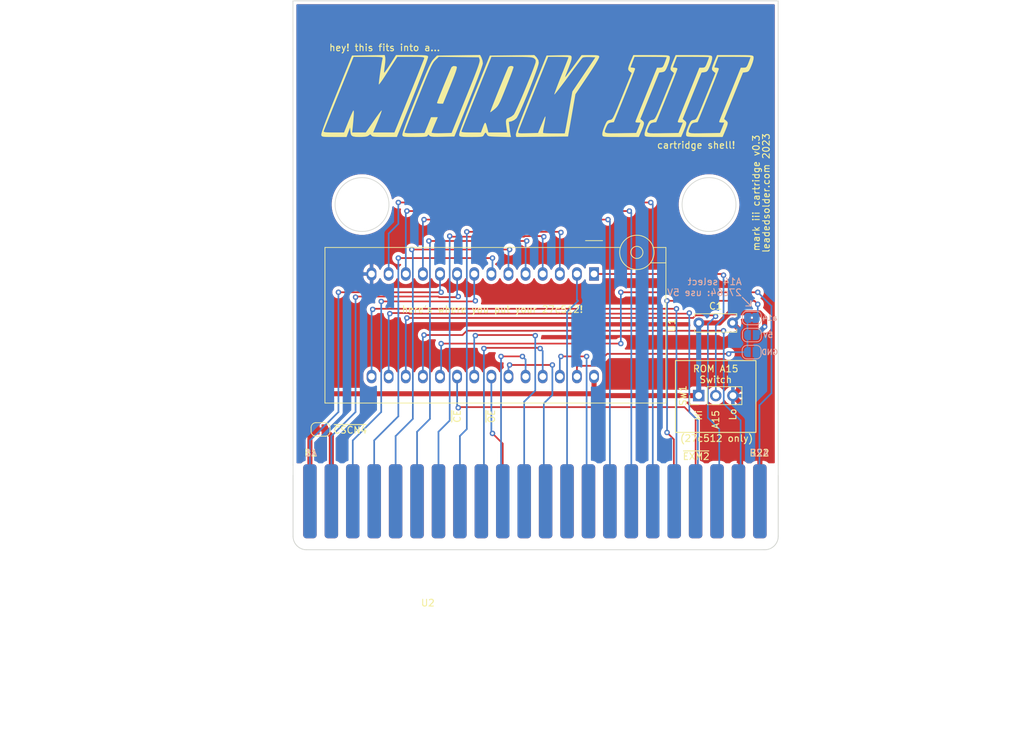
<source format=kicad_pcb>
(kicad_pcb (version 20211014) (generator pcbnew)
  (layers (0 "F.Cu" signal) (31 "B.Cu" signal) (34 "B.Paste" user) (35 "F.Paste" user) (36 "B.SilkS" user "B.Silkscreen") (37 "F.SilkS" user "F.Silkscreen") (38 "B.Mask" user) (39 "F.Mask" user) (44 "Edge.Cuts" user))
  (net 0 "")
  (net 1 "/5V")
  (net 2 "/GND")
  (net 3 "/~{CSCN4}")
  (net 4 "/A15")
  (net 5 "/D0")
  (net 6 "/D1")
  (net 7 "/D2")
  (net 8 "/D3")
  (net 9 "/D4")
  (net 10 "/D5")
  (net 11 "/D6")
  (net 12 "/D7")
  (net 13 "/~{RD}")
  (net 14 "/~{CSRAM}")
  (net 15 "/~{EXM1}")
  (net 16 "/~{WR}")
  (net 17 "/~{IORD}")
  (net 18 "/~{IOWR}")
  (net 19 "/~{RFSH}")
  (net 20 "/~{MREQ}")
  (net 21 "/~{CONT}")
  (net 22 "/~{RAS0}")
  (net 23 "/~{CAS0}")
  (net 24 "/CA7")
  (net 25 "/~{RAS1}")
  (net 26 "/~{CAS1}")
  (net 27 "/~{RCSEL}")
  (net 28 "/~{M1}")
  (net 29 "/A0")
  (net 30 "/A1")
  (net 31 "/A2")
  (net 32 "/A3")
  (net 33 "/A4")
  (net 34 "/A5")
  (net 35 "/A6")
  (net 36 "/A7")
  (net 37 "/A8")
  (net 38 "/A9")
  (net 39 "/A10")
  (net 40 "/A11")
  (net 41 "/A12")
  (net 42 "/A13")
  (net 43 "/A14")
  (net 44 "/~{EXM2}")
  (net 45 "/CPU_A14")
  (footprint "Connector_PinHeader_2.54mm:PinHeader_1x03_P2.54mm_Vertical" (layer "F.Cu") (at 85.213 64.878 90)
    (fp_text reference "SW1" (at 0 -2.33 90) (layer "F.SilkS"))
    (fp_text value "SW_SPDT")
    (pad "1" thru_hole rect (at 0 0 90) (size 1.7 1.7) (drill 1) (layers *.Cu *.Mask) (net 1 "/5V"))
    (pad "2" thru_hole oval (at 0 2.54 90) (size 1.7 1.7) (drill 1) (layers *.Cu *.Mask) (net 4 "/A15"))
    (pad "3" thru_hole oval (at 0 5.08 90) (size 1.7 1.7) (drill 1) (layers *.Cu *.Mask) (net 2 "/GND"))
  )
  (footprint "Socket:DIP_Socket-28_W11.9_W12.7_W15.24_W17.78_W18.5_3M_228-1277-00-0602J" (layer "F.Cu") (at 69.685 46.8095 -90)
    (fp_text reference "U1" (at 7.62 -11.56 90) (layer "F.SilkS"))
    (fp_text value "27C512")
    (pad "1" thru_hole rect (at 0 0 270) (size 2 1.44) (drill 1) (layers *.Cu *.Mask) (net 4 "/A15"))
    (pad "2" thru_hole oval (at 0 2.54 270) (size 2 1.44) (drill 1) (layers *.Cu *.Mask) (net 41 "/A12"))
    (pad "3" thru_hole oval (at 0 5.08 270) (size 2 1.44) (drill 1) (layers *.Cu *.Mask) (net 36 "/A7"))
    (pad "4" thru_hole oval (at 0 7.62 270) (size 2 1.44) (drill 1) (layers *.Cu *.Mask) (net 35 "/A6"))
    (pad "5" thru_hole oval (at 0 10.16 270) (size 2 1.44) (drill 1) (layers *.Cu *.Mask) (net 34 "/A5"))
    (pad "6" thru_hole oval (at 0 12.7 270) (size 2 1.44) (drill 1) (layers *.Cu *.Mask) (net 33 "/A4"))
    (pad "7" thru_hole oval (at 0 15.24 270) (size 2 1.44) (drill 1) (layers *.Cu *.Mask) (net 32 "/A3"))
    (pad "8" thru_hole oval (at 0 17.78 270) (size 2 1.44) (drill 1) (layers *.Cu *.Mask) (net 31 "/A2"))
    (pad "9" thru_hole oval (at 0 20.32 270) (size 2 1.44) (drill 1) (layers *.Cu *.Mask) (net 30 "/A1"))
    (pad "10" thru_hole oval (at 0 22.86 270) (size 2 1.44) (drill 1) (layers *.Cu *.Mask) (net 29 "/A0"))
    (pad "11" thru_hole oval (at 0 25.4 270) (size 2 1.44) (drill 1) (layers *.Cu *.Mask) (net 5 "/D0"))
    (pad "12" thru_hole oval (at 0 27.94 270) (size 2 1.44) (drill 1) (layers *.Cu *.Mask) (net 6 "/D1"))
    (pad "13" thru_hole oval (at 0 30.48 270) (size 2 1.44) (drill 1) (layers *.Cu *.Mask) (net 7 "/D2"))
    (pad "14" thru_hole oval (at 0 33.02 270) (size 2 1.44) (drill 1) (layers *.Cu *.Mask) (net 2 "/GND"))
    (pad "15" thru_hole oval (at 15.24 33.02 270) (size 2 1.44) (drill 1) (layers *.Cu *.Mask) (net 8 "/D3"))
    (pad "16" thru_hole oval (at 15.24 30.48 270) (size 2 1.44) (drill 1) (layers *.Cu *.Mask) (net 9 "/D4"))
    (pad "17" thru_hole oval (at 15.24 27.94 270) (size 2 1.44) (drill 1) (layers *.Cu *.Mask) (net 10 "/D5"))
    (pad "18" thru_hole oval (at 15.24 25.4 270) (size 2 1.44) (drill 1) (layers *.Cu *.Mask) (net 11 "/D6"))
    (pad "19" thru_hole oval (at 15.24 22.86 270) (size 2 1.44) (drill 1) (layers *.Cu *.Mask) (net 12 "/D7"))
    (pad "20" thru_hole oval (at 15.24 20.32 270) (size 2 1.44) (drill 1) (layers *.Cu *.Mask) (net 44 "/~{EXM2}"))
    (pad "21" thru_hole oval (at 15.24 17.78 270) (size 2 1.44) (drill 1) (layers *.Cu *.Mask) (net 39 "/A10"))
    (pad "22" thru_hole oval (at 15.24 15.24 270) (size 2 1.44) (drill 1) (layers *.Cu *.Mask) (net 20 "/~{MREQ}"))
    (pad "23" thru_hole oval (at 15.24 12.7 270) (size 2 1.44) (drill 1) (layers *.Cu *.Mask) (net 40 "/A11"))
    (pad "24" thru_hole oval (at 15.24 10.16 270) (size 2 1.44) (drill 1) (layers *.Cu *.Mask) (net 38 "/A9"))
    (pad "25" thru_hole oval (at 15.24 7.62 270) (size 2 1.44) (drill 1) (layers *.Cu *.Mask) (net 37 "/A8"))
    (pad "26" thru_hole oval (at 15.24 5.08 270) (size 2 1.44) (drill 1) (layers *.Cu *.Mask) (net 42 "/A13"))
    (pad "27" thru_hole oval (at 15.24 2.54 270) (size 2 1.44) (drill 1) (layers *.Cu *.Mask) (net 43 "/A14"))
    (pad "28" thru_hole oval (at 15.24 0 270) (size 2 1.44) (drill 1) (layers *.Cu *.Mask) (net 1 "/5V"))
  )
  (footprint "Jumper:SolderJumper-2_P1.3mm_Bridged_RoundedPad1.0x1.5mm" (layer "F.Cu") (at 29.1 69.9 180)
    (fp_text reference "JP1" hide)
    (fp_text value "Jumper_2_Bridged")
    (fp_poly (pts (xy 0.25 -0.3) (xy -0.25 -0.3) (xy -0.25 0.3) (xy 0.25 0.3)) (layer "F.Cu") (width 0) (fill solid))
    (pad "1" smd custom (at -0.65 0 180) (size 1 0.5) (layers "F.Cu" "F.Mask") (net 3 "/~{CSCN4}") (options (clearance outline) (anchor rect)) (primitives (gr_circle (center 0 0.25) (end 0.5 0.25) (width 0) (fill yes)) (gr_circle (center 0 -0.25) (end 0.5 -0.25) (width 0) (fill yes)) (gr_poly (pts (xy 0.5 0.75) (xy 0 0.75) (xy 0 -0.75) (xy 0.5 -0.75)) (width 0) (fill yes))))
    (pad "2" smd custom (at 0.65 0 180) (size 1 0.5) (layers "F.Cu" "F.Mask") (net 1 "/5V") (options (clearance outline) (anchor rect)) (primitives (gr_circle (center 0 0.25) (end 0.5 0.25) (width 0) (fill yes)) (gr_circle (center 0 -0.25) (end 0.5 -0.25) (width 0) (fill yes)) (gr_poly (pts (xy 0 0.75) (xy -0.5 0.75) (xy -0.5 -0.75) (xy 0 -0.75)) (width 0) (fill yes))))
  )
  (footprint "SoggyCartridge:CartridgeEdge" (layer "F.Cu") (at 27.917 75.069)
    (fp_text reference "U2" (at 17.1 20.6 unlocked) (layer "F.SilkS"))
    (fp_text value "SG-1000-Cart")
    (fp_line (start 69.1 10.7) (end 69.1 1.7) (layer "Edge.Cuts") (width 0.12))
    (fp_line (start -2.9 10.7) (end -2.9 1.7) (layer "Edge.Cuts") (width 0.12))
    (fp_line (start 67.1 12.7) (end 66.9 12.7) (layer "Edge.Cuts") (width 0.12))
    (fp_line (start -0.9 12.7) (end 66.9 12.7) (layer "Edge.Cuts") (width 0.12))
    (fp_arc (start 69.1 10.7) (mid 68.514214 12.114214) (end 67.1 12.7) (layer "Edge.Cuts") (width 0.12))
    (fp_arc (start -0.9 12.7) (mid -2.314214 12.114214) (end -2.9 10.7) (layer "Edge.Cuts") (width 0.12))
    (pad "A1" connect roundrect (at -0.4 5.5) (size 2 11) (layers "B.Cu" "B.Mask") (net 29 "/A0"))
    (pad "A2" connect roundrect (at 2.78 5.5) (size 2 11) (layers "B.Cu" "B.Mask") (net 30 "/A1"))
    (pad "A3" connect roundrect (at 5.96 5.5) (size 2 11) (layers "B.Cu" "B.Mask") (net 31 "/A2"))
    (pad "A4" connect roundrect (at 9.14 5.5) (size 2 11) (layers "B.Cu" "B.Mask") (net 32 "/A3"))
    (pad "A5" connect roundrect (at 12.32 5.5) (size 2 11) (layers "B.Cu" "B.Mask") (net 33 "/A4"))
    (pad "A6" connect roundrect (at 15.5 5.5) (size 2 11) (layers "B.Cu" "B.Mask") (net 34 "/A5"))
    (pad "A7" connect roundrect (at 18.68 5.5) (size 2 11) (layers "B.Cu" "B.Mask") (net 35 "/A6"))
    (pad "A8" connect roundrect (at 21.86 5.5) (size 2 11) (layers "B.Cu" "B.Mask") (net 36 "/A7"))
    (pad "A9" connect roundrect (at 25.04 5.5) (size 2 11) (layers "B.Cu" "B.Mask") (net 37 "/A8"))
    (pad "A10" connect roundrect (at 28.22 5.5) (size 2 11) (layers "B.Cu" "B.Mask") (net 38 "/A9"))
    (pad "A11" connect roundrect (at 31.4 5.5) (size 2 11) (layers "B.Cu" "B.Mask") (net 39 "/A10"))
    (pad "A12" connect roundrect (at 34.58 5.5) (size 2 11) (layers "B.Cu" "B.Mask") (net 40 "/A11"))
    (pad "A13" connect roundrect (at 37.76 5.5) (size 2 11) (layers "B.Cu" "B.Mask") (net 41 "/A12"))
    (pad "A14" connect roundrect (at 40.94 5.5) (size 2 11) (layers "B.Cu" "B.Mask") (net 42 "/A13"))
    (pad "A15" connect roundrect (at 44.12 5.5) (size 2 11) (layers "B.Cu" "B.Mask") (net 5 "/D0"))
    (pad "A16" connect roundrect (at 47.3 5.5) (size 2 11) (layers "B.Cu" "B.Mask") (net 6 "/D1"))
    (pad "A17" connect roundrect (at 50.48 5.5) (size 2 11) (layers "B.Cu" "B.Mask") (net 7 "/D2"))
    (pad "A18" connect roundrect (at 53.66 5.5) (size 2 11) (layers "B.Cu" "B.Mask") (net 8 "/D3"))
    (pad "A19" connect roundrect (at 56.84 5.5) (size 2 11) (layers "B.Cu" "B.Mask") (net 9 "/D4"))
    (pad "A20" connect roundrect (at 60.02 5.5) (size 2 11) (layers "B.Cu" "B.Mask") (net 10 "/D5"))
    (pad "A21" connect roundrect (at 63.2 5.5) (size 2 11) (layers "B.Cu" "B.Mask") (net 11 "/D6"))
    (pad "A22" connect roundrect (at 66.38 5.5) (size 2 11) (layers "B.Cu" "B.Mask") (net 12 "/D7"))
    (pad "B1" connect roundrect (at -0.4 5.5) (size 2 11) (layers "F.Cu" "F.Mask") (net 1 "/5V"))
    (pad "B2" connect roundrect (at 2.78 5.5) (size 2 11) (layers "F.Cu" "F.Mask") (net 3 "/~{CSCN4}"))
    (pad "B3" connect roundrect (at 5.96 5.5) (size 2 11) (layers "F.Cu" "F.Mask") (net 14 "/~{CSRAM}"))
    (pad "B4" connect roundrect (at 9.14 5.5) (size 2 11) (layers "F.Cu" "F.Mask") (net 15 "/~{EXM1}"))
    (pad "B5" connect roundrect (at 12.32 5.5) (size 2 11) (layers "F.Cu" "F.Mask") (net 13 "/~{RD}"))
    (pad "B6" connect roundrect (at 15.5 5.5) (size 2 11) (layers "F.Cu" "F.Mask") (net 16 "/~{WR}"))
    (pad "B7" connect roundrect (at 18.68 5.5) (size 2 11) (layers "F.Cu" "F.Mask") (net 17 "/~{IORD}"))
    (pad "B8" connect roundrect (at 21.86 5.5) (size 2 11) (layers "F.Cu" "F.Mask") (net 18 "/~{IOWR}"))
    (pad "B9" connect roundrect (at 25.04 5.5) (size 2 11) (layers "F.Cu" "F.Mask") (net 19 "/~{RFSH}"))
    (pad "B10" connect roundrect (at 28.22 5.5) (size 2 11) (layers "F.Cu" "F.Mask") (net 20 "/~{MREQ}"))
    (pad "B11" connect roundrect (at 31.4 5.5) (size 2 11) (layers "F.Cu" "F.Mask") (net 21 "/~{CONT}"))
    (pad "B12" connect roundrect (at 34.58 5.5) (size 2 11) (layers "F.Cu" "F.Mask") (net 22 "/~{RAS0}"))
    (pad "B13" connect roundrect (at 37.76 5.5) (size 2 11) (layers "F.Cu" "F.Mask") (net 23 "/~{CAS0}"))
    (pad "B14" connect roundrect (at 40.94 5.5) (size 2 11) (layers "F.Cu" "F.Mask") (net 24 "/CA7"))
    (pad "B15" connect roundrect (at 44.12 5.5) (size 2 11) (layers "F.Cu" "F.Mask") (net 25 "/~{RAS1}"))
    (pad "B16" connect roundrect (at 47.3 5.5) (size 2 11) (layers "F.Cu" "F.Mask") (net 26 "/~{CAS1}"))
    (pad "B17" connect roundrect (at 50.48 5.5) (size 2 11) (layers "F.Cu" "F.Mask") (net 27 "/~{RCSEL}"))
    (pad "B18" connect roundrect (at 53.66 5.5) (size 2 11) (layers "F.Cu" "F.Mask") (net 45 "/CPU_A14"))
    (pad "B19" connect roundrect (at 56.84 5.5) (size 2 11) (layers "F.Cu" "F.Mask") (net 44 "/~{EXM2}"))
    (pad "B20" connect roundrect (at 60.02 5.5) (size 2 11) (layers "F.Cu" "F.Mask") (net 28 "/~{M1}"))
    (pad "B21" connect roundrect (at 63.2 5.5) (size 2 11) (layers "F.Cu" "F.Mask") (net 2 "/GND"))
    (pad "B22" connect roundrect (at 66.38 5.5) (size 2 11) (layers "F.Cu" "F.Mask") (net 2 "/GND"))
  )
  (footprint "SoggyCartridge:MarkIIIPowerLord" (layer "F.Cu") (at 61.214 20.32)
    (fp_text reference "G***" hide)
    (fp_text value "LOGO" hide)
  )
  (footprint "Capacitor_THT:C_Disc_D6.0mm_W2.5mm_P5.00mm" (layer "F.Cu") (at 85.238 54.083)
    (fp_text reference "C1" (at 2.5 -2.5) (layer "F.SilkS"))
    (fp_text value "0.1µF")
    (pad "1" thru_hole circle (at 0 0) (size 1.6 1.6) (drill 0.8) (layers *.Cu *.Mask) (net 1 "/5V"))
    (pad "2" thru_hole circle (at 5 0) (size 1.6 1.6) (drill 0.8) (layers *.Cu *.Mask) (net 2 "/GND"))
  )
  (footprint "Jumper:SolderJumper-2_P1.3mm_Bridged2Bar_RoundedPad1.0x1.5mm" (layer "B.Cu") (at 93.106 53.34 180)
    (fp_text reference "JP2" hide)
    (fp_text value "Jumper_2_Bridged")
    (fp_poly (pts (xy -0.25 0.6) (xy 0.25 0.6) (xy 0.25 0.2) (xy -0.25 0.2)) (layer "B.Cu") (width 0) (fill solid))
    (fp_poly (pts (xy -0.25 -0.2) (xy 0.25 -0.2) (xy 0.25 -0.6) (xy -0.25 -0.6)) (layer "B.Cu") (width 0) (fill solid))
    (pad "1" smd custom (at -0.65 0 180) (size 1 0.5) (layers "B.Cu" "B.Mask") (net 45 "/CPU_A14") (options (clearance outline) (anchor rect)) (primitives (gr_circle (center 0 -0.25) (end 0.5 -0.25) (width 0) (fill yes)) (gr_circle (center 0 0.25) (end 0.5 0.25) (width 0) (fill yes)) (gr_poly (pts (xy 0.5 -0.75) (xy 0 -0.75) (xy 0 0.75) (xy 0.5 0.75)) (width 0) (fill yes))))
    (pad "2" smd custom (at 0.65 0 180) (size 1 0.5) (layers "B.Cu" "B.Mask") (net 43 "/A14") (options (clearance outline) (anchor rect)) (primitives (gr_circle (center 0 -0.25) (end 0.5 -0.25) (width 0) (fill yes)) (gr_circle (center 0 0.25) (end 0.5 0.25) (width 0) (fill yes)) (gr_poly (pts (xy 0 -0.75) (xy -0.5 -0.75) (xy -0.5 0.75) (xy 0 0.75)) (width 0) (fill yes))))
  )
  (footprint "Jumper:SolderJumper-2_P1.3mm_Open_RoundedPad1.0x1.5mm" (layer "B.Cu") (at 93.106 55.88 180)
    (fp_text reference "JP4" hide)
    (fp_text value "Jumper_2_Open")
    (pad "1" smd custom (at -0.65 0 180) (size 1 0.5) (layers "B.Cu" "B.Mask") (net 1 "/5V") (options (clearance outline) (anchor rect)) (primitives (gr_circle (center 0 -0.25) (end 0.5 -0.25) (width 0) (fill yes)) (gr_circle (center 0 0.25) (end 0.5 0.25) (width 0) (fill yes)) (gr_poly (pts (xy 0.5 -0.75) (xy 0 -0.75) (xy 0 0.75) (xy 0.5 0.75)) (width 0) (fill yes))))
    (pad "2" smd custom (at 0.65 0 180) (size 1 0.5) (layers "B.Cu" "B.Mask") (net 43 "/A14") (options (clearance outline) (anchor rect)) (primitives (gr_circle (center 0 -0.25) (end 0.5 -0.25) (width 0) (fill yes)) (gr_circle (center 0 0.25) (end 0.5 0.25) (width 0) (fill yes)) (gr_poly (pts (xy 0 -0.75) (xy -0.5 -0.75) (xy -0.5 0.75) (xy 0 0.75)) (width 0) (fill yes))))
  )
  (footprint "Jumper:SolderJumper-2_P1.3mm_Open_RoundedPad1.0x1.5mm" (layer "B.Cu") (at 93.076 58.42 180)
    (fp_text reference "JP3" hide)
    (fp_text value "Jumper_2_Open")
    (pad "1" smd custom (at -0.65 0 180) (size 1 0.5) (layers "B.Cu" "B.Mask") (net 2 "/GND") (options (clearance outline) (anchor rect)) (primitives (gr_circle (center 0 -0.25) (end 0.5 -0.25) (width 0) (fill yes)) (gr_circle (center 0 0.25) (end 0.5 0.25) (width 0) (fill yes)) (gr_poly (pts (xy 0.5 -0.75) (xy 0 -0.75) (xy 0 0.75) (xy 0.5 0.75)) (width 0) (fill yes))))
    (pad "2" smd custom (at 0.65 0 180) (size 1 0.5) (layers "B.Cu" "B.Mask") (net 43 "/A14") (options (clearance outline) (anchor rect)) (primitives (gr_circle (center 0 -0.25) (end 0.5 -0.25) (width 0) (fill yes)) (gr_circle (center 0 0.25) (end 0.5 0.25) (width 0) (fill yes)) (gr_poly (pts (xy 0 -0.75) (xy -0.5 -0.75) (xy -0.5 0.75) (xy 0 0.75)) (width 0) (fill yes))))
  )
  (gr_line (start 92.964 50.8) (end 92.964 51.562) (layer "B.SilkS") (width 0.15))
  (gr_line (start 91.694 50.292) (end 92.964 51.562) (layer "B.SilkS") (width 0.15))
  (gr_line (start 92.964 51.562) (end 92.202 51.562) (layer "B.SilkS") (width 0.15))
  (gr_line (start 92.964 51.562) (end 92.964 50.8) (layer "B.SilkS") (width 0.15))
  (gr_rect (start 81.769 59.671) (end 93.707 70.339) (layer "F.SilkS") (width 0.15) (fill none))
  (gr_circle (center 35.25 36.5) (end 39.25 36.5) (layer "Edge.Cuts") (width 0.1) (fill none))
  (gr_circle (center 86.75 36.5) (end 90.75 36.5) (layer "Edge.Cuts") (width 0.1) (fill none))
  (gr_line (start 97.017 75.169) (end 97.017 76.769) (layer "Edge.Cuts") (width 0.1))
  (gr_line (start 25.017 75.169) (end 25.017 76.769) (layer "Edge.Cuts") (width 0.1))
  (gr_line (start 25.017 75.169) (end 25 6.25) (layer "Edge.Cuts") (width 0.1))
  (gr_line (start 97.017 75.169) (end 97.009 6.25) (layer "Edge.Cuts") (width 0.1))
  (gr_line (start 25 6.25) (end 97.009 6.25) (layer "Edge.Cuts") (width 0.1))
  (gr_text "A22" (at 94.215 73.387) (layer "B.SilkS") (effects (font (size 1 1)) (justify mirror)))
  (gr_text "a14" (at 95.758 53.34) (layer "B.SilkS") (effects (font (size 0.8 0.8)) (justify mirror)))
  (gr_text "A14 select\n27c64: use 5V" (at 91.694 48.768) (layer "B.SilkS") (effects (font (size 1 1)) (justify left mirror)))
  (gr_text "5V" (at 95.504 55.88) (layer "B.SilkS") (effects (font (size 0.8 0.8)) (justify mirror)))
  (gr_text "A1" (at 27.667 73.387) (layer "B.SilkS") (effects (font (size 1 1)) (justify mirror)))
  (gr_text "GND" (at 95.758 58.42) (layer "B.SilkS") (effects (font (size 0.8 0.8)) (justify mirror)))
  (gr_text "ROM A15\nSwitch" (at 87.738 61.703) (layer "F.SilkS") (effects (font (size 1 1))))
  (gr_text "cartridge shell!" (at 84.836 27.686) (layer "F.SilkS") (effects (font (size 1 1))))
  (gr_text "~{CSCN4}" (at 33.5 70) (layer "F.SilkS") (effects (font (size 1 1))))
  (gr_text "(27c512 only)" (at 87.865 71.228) (layer "F.SilkS") (effects (font (size 1 1))))
  (gr_text "A15" (at 87.738 68.434 90) (layer "F.SilkS") (effects (font (size 1 1))))
  (gr_text "B22" (at 94.215 73.387) (layer "F.SilkS") (effects (font (size 1 1))))
  (gr_text "here's where you put your 27c512!" (at 54.61 52.07) (layer "F.SilkS") (effects (font (size 1 1))))
  (gr_text "~{OE}" (at 54.464 67.945 90) (layer "F.SilkS") (effects (font (size 1 1))))
  (gr_text "mark iii cartridge v0.3" (at 93.75 34.779001 90) (layer "F.SilkS") (effects (font (size 1 1))))
  (gr_text "~{EXM2}" (at 84.836 73.914) (layer "F.SilkS") (effects (font (size 1 1))))
  (gr_text "Lo" (at 90.278 67.672 90) (layer "F.SilkS") (effects (font (size 1 1))))
  (gr_text "Hi" (at 85.198 67.799 90) (layer "F.SilkS") (effects (font (size 1 1))))
  (gr_text "B1" (at 27.667 73.387) (layer "F.SilkS") (effects (font (size 1 1))))
  (gr_text "hey! this fits into a..." (at 38.608 13.208) (layer "F.SilkS") (effects (font (size 1 1))))
  (gr_text "leadedsolder.com 2023" (at 95.231 34.779 90) (layer "F.SilkS") (effects (font (size 1 1))))
  (gr_text "~{CE}" (at 49.384 67.945 90) (layer "F.SilkS") (effects (font (size 1 1))))
  (segment (start 94.234 52.578) (end 94.996 53.34) (width 0.75) (layer "F.Cu") (net 1))
  (segment (start 28.45 66.165) (end 28.45 69.9) (width 0.75) (layer "F.Cu") (net 1))
  (segment (start 27.517 70.833) (end 28.45 69.9) (width 0.75) (layer "F.Cu") (net 1))
  (segment (start 69.958 64.878) (end 69.685 64.605) (width 0.75) (layer "F.Cu") (net 1))
  (segment (start 69.685 64.605) (end 30.01 64.605) (width 0.75) (layer "F.Cu") (net 1))
  (segment (start 85.238 54.083) (end 88.294147 54.083) (width 0.75) (layer "F.Cu") (net 1))
  (segment (start 89.799147 52.578) (end 94.234 52.578) (width 0.75) (layer "F.Cu") (net 1))
  (segment (start 27.517 80.569) (end 27.517 70.833) (width 0.75) (layer "F.Cu") (net 1))
  (segment (start 88.294147 54.083) (end 89.799147 52.578) (width 0.75) (layer "F.Cu") (net 1))
  (segment (start 30.01 64.605) (end 28.45 66.165) (width 0.75) (layer "F.Cu") (net 1))
  (segment (start 69.685 64.605) (end 69.685 62.0495) (width 0.75) (layer "F.Cu") (net 1))
  (segment (start 94.996 53.34) (end 94.996 54.64) (width 0.75) (layer "F.Cu") (net 1))
  (segment (start 85.213 64.878) (end 69.958 64.878) (width 0.75) (layer "F.Cu") (net 1))
  (via (at 94.996 54.64) (size 0.8) (drill 0.4) (layers "F.Cu" "B.Cu") (net 1))
  (segment (start 85.213 54.108) (end 85.238 54.083) (width 0.75) (layer "B.Cu") (net 1))
  (segment (start 85.213 64.878) (end 85.213 54.108) (width 0.75) (layer "B.Cu") (net 1))
  (segment (start 94.996 54.64) (end 93.756 55.88) (width 0.75) (layer "B.Cu") (net 1))
  (segment (start 91.44 66.025) (end 91.44 80.246) (width 0.75) (layer "F.Cu") (net 2))
  (segment (start 90.293 64.878) (end 91.143 64.028) (width 0.75) (layer "F.Cu") (net 2))
  (segment (start 91.143 64.028) (end 91.143 54.988) (width 0.75) (layer "F.Cu") (net 2))
  (segment (start 94.297 68.882) (end 90.293 64.878) (width 0.75) (layer "F.Cu") (net 2))
  (segment (start 90.293 64.878) (end 91.44 66.025) (width 0.75) (layer "F.Cu") (net 2))
  (segment (start 91.143 54.988) (end 90.238 54.083) (width 0.75) (layer "F.Cu") (net 2))
  (segment (start 91.44 80.246) (end 91.117 80.569) (width 0.75) (layer "F.Cu") (net 2))
  (segment (start 94.297 80.569) (end 94.297 68.882) (width 0.75) (layer "F.Cu") (net 2))
  (segment (start 30.697 80.569) (end 30.697 70.847) (width 0.75) (layer "F.Cu") (net 3))
  (segment (start 30.697 70.847) (end 29.75 69.9) (width 0.75) (layer "F.Cu") (net 3))
  (segment (start 88.9 46.99) (end 88.7195 46.8095) (width 0.25) (layer "F.Cu") (net 4))
  (segment (start 88.7195 46.8095) (end 69.685 46.8095) (width 0.25) (layer "F.Cu") (net 4))
  (via (at 88.9 46.99) (size 0.8) (drill 0.4) (layers "F.Cu" "B.Cu") (net 4))
  (segment (start 88.9 53.34) (end 88.9 46.99) (width 0.25) (layer "B.Cu") (net 4))
  (segment (start 87.753 64.878) (end 87.753 54.487) (width 0.25) (layer "B.Cu") (net 4))
  (segment (start 88.265 53.975) (end 88.9 53.34) (width 0.25) (layer "B.Cu") (net 4))
  (segment (start 87.753 54.487) (end 88.265 53.975) (width 0.25) (layer "B.Cu") (net 4))
  (segment (start 71.755 38.735) (end 44.45 38.735) (width 0.25) (layer "F.Cu") (net 5))
  (via (at 71.755 38.735) (size 0.8) (drill 0.4) (layers "F.Cu" "B.Cu") (net 5))
  (via (at 44.45 38.735) (size 0.8) (drill 0.4) (layers "F.Cu" "B.Cu") (net 5))
  (segment (start 44.45 38.735) (end 44.285 38.9) (width 0.25) (layer "B.Cu") (net 5))
  (segment (start 72.037 39.017) (end 71.755 38.735) (width 0.25) (layer "B.Cu") (net 5))
  (segment (start 72.037 80.569) (end 72.037 39.017) (width 0.25) (layer "B.Cu") (net 5))
  (segment (start 44.285 38.9) (end 44.285 46.8095) (width 0.25) (layer "B.Cu") (net 5))
  (segment (start 74.93 37.465) (end 41.91 37.465) (width 0.25) (layer "F.Cu") (net 6))
  (via (at 74.93 37.465) (size 0.8) (drill 0.4) (layers "F.Cu" "B.Cu") (net 6))
  (via (at 41.91 37.465) (size 0.8) (drill 0.4) (layers "F.Cu" "B.Cu") (net 6))
  (segment (start 75.217 37.752) (end 74.93 37.465) (width 0.25) (layer "B.Cu") (net 6))
  (segment (start 75.217 80.569) (end 75.217 37.752) (width 0.25) (layer "B.Cu") (net 6))
  (segment (start 41.745 37.63) (end 41.745 46.8095) (width 0.25) (layer "B.Cu") (net 6))
  (segment (start 41.91 37.465) (end 41.745 37.63) (width 0.25) (layer "B.Cu") (net 6))
  (segment (start 78.105 36.195) (end 40.64 36.195) (width 0.25) (layer "F.Cu") (net 7))
  (via (at 78.105 36.195) (size 0.8) (drill 0.4) (layers "F.Cu" "B.Cu") (net 7))
  (via (at 40.64 36.195) (size 0.8) (drill 0.4) (layers "F.Cu" "B.Cu") (net 7))
  (segment (start 39.205 40.805) (end 39.205 46.8095) (width 0.25) (layer "B.Cu") (net 7))
  (segment (start 40.64 39.37) (end 39.205 40.805) (width 0.25) (layer "B.Cu") (net 7))
  (segment (start 78.397 36.487) (end 78.105 36.195) (width 0.25) (layer "B.Cu") (net 7))
  (segment (start 40.64 36.195) (end 40.64 39.37) (width 0.25) (layer "B.Cu") (net 7))
  (segment (start 78.397 80.569) (end 78.397 36.487) (width 0.25) (layer "B.Cu") (net 7))
  (segment (start 36.83 52.07) (end 36.919501 51.980499) (width 0.25) (layer "F.Cu") (net 8))
  (segment (start 36.919501 51.980499) (end 81.915 51.9805) (width 0.25) (layer "F.Cu") (net 8))
  (via (at 81.915 51.9805) (size 0.8) (drill 0.4) (layers "F.Cu" "B.Cu") (net 8))
  (via (at 36.83 52.07) (size 0.8) (drill 0.4) (layers "F.Cu" "B.Cu") (net 8))
  (segment (start 81.577 80.569) (end 81.915 80.231) (width 0.25) (layer "B.Cu") (net 8))
  (segment (start 36.665 52.235) (end 36.83 52.07) (width 0.25) (layer "B.Cu") (net 8))
  (segment (start 36.665 62.0495) (end 36.665 52.235) (width 0.25) (layer "B.Cu") (net 8))
  (segment (start 81.915 80.231) (end 81.915 51.9805) (width 0.25) (layer "B.Cu") (net 8))
  (segment (start 42.2996 52.705) (end 83.7305 52.705) (width 0.25) (layer "F.Cu") (net 9))
  (segment (start 39.459501 52.615499) (end 42.210099 52.615499) (width 0.25) (layer "F.Cu") (net 9))
  (segment (start 39.37 52.705) (end 39.459501 52.615499) (width 0.25) (layer "F.Cu") (net 9))
  (segment (start 42.210099 52.615499) (end 42.2996 52.705) (width 0.25) (layer "F.Cu") (net 9))
  (segment (start 83.7305 52.705) (end 83.82 52.6155) (width 0.25) (layer "F.Cu") (net 9))
  (via (at 39.37 52.705) (size 0.8) (drill 0.4) (layers "F.Cu" "B.Cu") (net 9))
  (via (at 83.82 52.6155) (size 0.8) (drill 0.4) (layers "F.Cu" "B.Cu") (net 9))
  (segment (start 85.09 68.58) (end 83.82 67.31) (width 0.25) (layer "B.Cu") (net 9))
  (segment (start 39.205 62.0495) (end 39.205 52.87) (width 0.25) (layer "B.Cu") (net 9))
  (segment (start 85.09 80.236) (end 85.09 68.58) (width 0.25) (layer "B.Cu") (net 9))
  (segment (start 84.757 80.569) (end 85.09 80.236) (width 0.25) (layer "B.Cu") (net 9))
  (segment (start 83.82 67.31) (end 83.82 52.6155) (width 0.25) (layer "B.Cu") (net 9))
  (segment (start 39.205 52.87) (end 39.37 52.705) (width 0.25) (layer "B.Cu") (net 9))
  (segment (start 87.567533 52.958489) (end 87.717544 53.1085) (width 0.25) (layer "F.Cu") (net 10))
  (segment (start 41.91 53.34) (end 84.3907 53.34) (width 0.25) (layer "F.Cu") (net 10))
  (segment (start 84.772211 52.958489) (end 87.567533 52.958489) (width 0.25) (layer "F.Cu") (net 10))
  (segment (start 84.3907 53.34) (end 84.772211 52.958489) (width 0.25) (layer "F.Cu") (net 10))
  (via (at 41.91 53.34) (size 0.8) (drill 0.4) (layers "F.Cu" "B.Cu") (net 10))
  (via (at 87.717544 53.1085) (size 0.8) (drill 0.4) (layers "F.Cu" "B.Cu") (net 10))
  (segment (start 41.745 53.505) (end 41.91 53.34) (width 0.25) (layer "B.Cu") (net 10))
  (segment (start 87.937 80.569) (end 88.265 80.241) (width 0.25) (layer "B.Cu") (net 10))
  (segment (start 88.265 80.241) (end 88.265 69.85) (width 0.25) (layer "B.Cu") (net 10))
  (segment (start 41.745 62.0495) (end 41.745 53.505) (width 0.25) (layer "B.Cu") (net 10))
  (segment (start 88.265 69.85) (end 86.578489 68.163489) (width 0.25) (layer "B.Cu") (net 10))
  (segment (start 86.578489 68.163489) (end 86.578489 54.247555) (width 0.25) (layer "B.Cu") (net 10))
  (segment (start 86.578489 54.247555) (end 87.717544 53.1085) (width 0.25) (layer "B.Cu") (net 10))
  (segment (start 44.45 55.88) (end 50.165 55.88) (width 0.25) (layer "F.Cu") (net 11))
  (segment (start 50.8 55.245) (end 88.9 55.245) (width 0.25) (layer "F.Cu") (net 11))
  (segment (start 50.165 55.88) (end 50.8 55.245) (width 0.25) (layer "F.Cu") (net 11))
  (via (at 44.45 55.88) (size 0.8) (drill 0.4) (layers "F.Cu" "B.Cu") (net 11))
  (via (at 88.9 55.245) (size 0.8) (drill 0.4) (layers "F.Cu" "B.Cu") (net 11))
  (segment (start 88.927511 66.067511) (end 91.44 68.58) (width 0.25) (layer "B.Cu") (net 11))
  (segment (start 44.285 62.0495) (end 44.285 56.045) (width 0.25) (layer "B.Cu") (net 11))
  (segment (start 91.44 68.58) (end 91.44 80.246) (width 0.25) (layer "B.Cu") (net 11))
  (segment (start 91.44 80.246) (end 91.117 80.569) (width 0.25) (layer "B.Cu") (net 11))
  (segment (start 88.927511 55.272511) (end 88.927511 66.067511) (width 0.25) (layer "B.Cu") (net 11))
  (segment (start 44.285 56.045) (end 44.45 55.88) (width 0.25) (layer "B.Cu") (net 11))
  (segment (start 88.9 55.245) (end 88.927511 55.272511) (width 0.25) (layer "B.Cu") (net 11))
  (segment (start 73.66 57.15) (end 46.99 57.15) (width 0.25) (layer "F.Cu") (net 12))
  (segment (start 93.98 49.53) (end 73.66 49.53) (width 0.25) (layer "F.Cu") (net 12))
  (via (at 73.66 49.53) (size 0.8) (drill 0.4) (layers "F.Cu" "B.Cu") (net 12))
  (via (at 93.98 49.53) (size 0.8) (drill 0.4) (layers "F.Cu" "B.Cu") (net 12))
  (via (at 46.99 57.15) (size 0.8) (drill 0.4) (layers "F.Cu" "B.Cu") (net 12))
  (via (at 73.66 57.15) (size 0.8) (drill 0.4) (layers "F.Cu" "B.Cu") (net 12))
  (segment (start 93.98 49.53) (end 96.012 51.562) (width 0.25) (layer "B.Cu") (net 12))
  (segment (start 96.012 51.562) (end 96.012 64.516) (width 0.25) (layer "B.Cu") (net 12))
  (segment (start 94.234 80.506) (end 94.297 80.569) (width 0.25) (layer "B.Cu") (net 12))
  (segment (start 73.66 49.53) (end 73.66 57.15) (width 0.25) (layer "B.Cu") (net 12))
  (segment (start 46.825 62.7) (end 46.825 62.0495) (width 0.25) (layer "B.Cu") (net 12))
  (segment (start 94.234 66.294) (end 94.234 80.506) (width 0.25) (layer "B.Cu") (net 12))
  (segment (start 46.99 57.15) (end 46.99 62.865) (width 0.25) (layer "B.Cu") (net 12))
  (segment (start 96.012 64.516) (end 94.234 66.294) (width 0.25) (layer "B.Cu") (net 12))
  (segment (start 46.99 62.865) (end 46.825 62.7) (width 0.25) (layer "B.Cu") (net 12))
  (segment (start 56.137 72.012) (end 54.61 70.485) (width 0.25) (layer "F.Cu") (net 20))
  (segment (start 56.137 80.569) (end 56.137 72.012) (width 0.25) (layer "F.Cu") (net 20))
  (via (at 54.61 70.485) (size 0.8) (drill 0.4) (layers "F.Cu" "B.Cu") (net 20))
  (segment (start 54.61 70.485) (end 54.445 70.32) (width 0.25) (layer "B.Cu") (net 20))
  (segment (start 54.445 70.32) (end 54.445 62.0495) (width 0.25) (layer "B.Cu") (net 20))
  (segment (start 31.75 49.53) (end 46.99 49.53) (width 0.25) (layer "F.Cu") (net 29))
  (via (at 31.75 49.53) (size 0.8) (drill 0.4) (layers "F.Cu" "B.Cu") (net 29))
  (via (at 46.99 49.53) (size 0.8) (drill 0.4) (layers "F.Cu" "B.Cu") (net 29))
  (segment (start 46.99 49.53) (end 46.825 49.365) (width 0.25) (layer "B.Cu") (net 29))
  (segment (start 46.825 49.365) (end 46.825 46.8095) (width 0.25) (layer "B.Cu") (net 29))
  (segment (start 31.75 67.31) (end 31.75 49.53) (width 0.25) (layer "B.Cu") (net 29))
  (segment (start 27.517 80.569) (end 27.517 71.543) (width 0.25) (layer "B.Cu") (net 29))
  (segment (start 27.517 71.543) (end 31.75 67.31) (width 0.25) (layer "B.Cu") (net 29))
  (segment (start 46.6004 50.165) (end 34.3795 50.165) (width 0.25) (layer "F.Cu") (net 30))
  (segment (start 34.3795 50.165) (end 34.29 50.2545) (width 0.25) (layer "F.Cu") (net 30))
  (segment (start 49.53 50.165) (end 49.440499 50.254501) (width 0.25) (layer "F.Cu") (net 30))
  (segment (start 46.689901 50.254501) (end 46.6004 50.165) (width 0.25) (layer "F.Cu") (net 30))
  (segment (start 49.440499 50.254501) (end 46.689901 50.254501) (width 0.25) (layer "F.Cu") (net 30))
  (via (at 49.53 50.165) (size 0.8) (drill 0.4) (layers "F.Cu" "B.Cu") (net 30))
  (via (at 34.29 50.2545) (size 0.8) (drill 0.4) (layers "F.Cu" "B.Cu") (net 30))
  (segment (start 34.29 67.31) (end 34.29 50.2545) (width 0.25) (layer "B.Cu") (net 30))
  (segment (start 30.697 80.569) (end 30.697 70.903) (width 0.25) (layer "B.Cu") (net 30))
  (segment (start 30.697 70.903) (end 34.29 67.31) (width 0.25) (layer "B.Cu") (net 30))
  (segment (start 49.365 50) (end 49.365 46.8095) (width 0.25) (layer "B.Cu") (net 30))
  (segment (start 49.53 50.165) (end 49.365 50) (width 0.25) (layer "B.Cu") (net 30))
  (segment (start 51.9805 50.8895) (end 38.1 50.8895) (width 0.25) (layer "F.Cu") (net 31))
  (segment (start 52.07 50.8) (end 51.9805 50.8895) (width 0.25) (layer "F.Cu") (net 31))
  (via (at 38.1 50.8895) (size 0.8) (drill 0.4) (layers "F.Cu" "B.Cu") (net 31))
  (via (at 52.07 50.8) (size 0.8) (drill 0.4) (layers "F.Cu" "B.Cu") (net 31))
  (segment (start 33.877 80.569) (end 33.877 71.533) (width 0.25) (layer "B.Cu") (net 31))
  (segment (start 38.1 67.31) (end 38.1 50.8895) (width 0.25) (layer "B.Cu") (net 31))
  (segment (start 33.877 71.533) (end 38.1 67.31) (width 0.25) (layer "B.Cu") (net 31))
  (segment (start 52.07 50.8) (end 51.905 50.635) (width 0.25) (layer "B.Cu") (net 31))
  (segment (start 51.905 50.635) (end 51.905 46.8095) (width 0.25) (layer "B.Cu") (net 31))
  (segment (start 40.64 44.45) (end 54.61 44.45) (width 0.25) (layer "F.Cu") (net 32))
  (via (at 40.64 44.45) (size 0.8) (drill 0.4) (layers "F.Cu" "B.Cu") (net 32))
  (via (at 54.61 44.45) (size 0.8) (drill 0.4) (layers "F.Cu" "B.Cu") (net 32))
  (segment (start 54.61 44.45) (end 54.61 46.6445) (width 0.25) (layer "B.Cu") (net 32))
  (segment (start 40.005 68.58) (end 40.64 67.945) (width 0.25) (layer "B.Cu") (net 32))
  (segment (start 37.057 80.569) (end 37.057 71.528) (width 0.25) (layer "B.Cu") (net 32))
  (segment (start 54.61 46.6445) (end 54.445 46.8095) (width 0.25) (layer "B.Cu") (net 32))
  (segment (start 37.057 71.528) (end 40.005 68.58) (width 0.25) (layer "B.Cu") (net 32))
  (segment (start 40.64 67.945) (end 40.64 44.45) (width 0.25) (layer "B.Cu") (net 32))
  (segment (start 57.15 43.18) (end 42.6345 43.18) (width 0.25) (layer "F.Cu") (net 33))
  (via (at 57.15 43.18) (size 0.8) (drill 0.4) (layers "F.Cu" "B.Cu") (net 33))
  (via (at 42.6345 43.18) (size 0.8) (drill 0.4) (layers "F.Cu" "B.Cu") (net 33))
  (segment (start 57.15 43.18) (end 56.985 43.345) (width 0.25) (layer "B.Cu") (net 33))
  (segment (start 42.78952 68.33548) (end 42.78952 43.33502) (width 0.25) (layer "B.Cu") (net 33))
  (segment (start 56.985 43.345) (end 56.985 46.8095) (width 0.25) (layer "B.Cu") (net 33))
  (segment (start 40.237 70.888) (end 42.78952 68.33548) (width 0.25) (layer "B.Cu") (net 33))
  (segment (start 42.78952 43.33502) (end 42.6345 43.18) (width 0.25) (layer "B.Cu") (net 33))
  (segment (start 40.237 80.569) (end 40.237 70.888) (width 0.25) (layer "B.Cu") (net 33))
  (segment (start 59.69 41.91) (end 45.1745 41.91) (width 0.25) (layer "F.Cu") (net 34))
  (via (at 45.1745 41.91) (size 0.8) (drill 0.4) (layers "F.Cu" "B.Cu") (net 34))
  (via (at 59.69 41.91) (size 0.8) (drill 0.4) (layers "F.Cu" "B.Cu") (net 34))
  (segment (start 59.69 41.91) (end 59.525 42.075) (width 0.25) (layer "B.Cu") (net 34))
  (segment (start 43.417 70.248) (end 45.32952 68.33548) (width 0.25) (layer "B.Cu") (net 34))
  (segment (start 59.525 42.075) (end 59.525 46.8095) (width 0.25) (layer "B.Cu") (net 34))
  (segment (start 45.32952 68.33548) (end 45.32952 42.06502) (width 0.25) (layer "B.Cu") (net 34))
  (segment (start 45.32952 42.06502) (end 45.1745 41.91) (width 0.25) (layer "B.Cu") (net 34))
  (segment (start 43.417 80.569) (end 43.417 70.248) (width 0.25) (layer "B.Cu") (net 34))
  (segment (start 62.140499 41.185499) (end 59.389901 41.185499) (width 0.25) (layer "F.Cu") (net 35))
  (segment (start 48.3495 41.275) (end 48.26 41.1855) (width 0.25) (layer "F.Cu") (net 35))
  (segment (start 62.23 41.275) (end 62.140499 41.185499) (width 0.25) (layer "F.Cu") (net 35))
  (segment (start 59.3004 41.275) (end 48.3495 41.275) (width 0.25) (layer "F.Cu") (net 35))
  (segment (start 59.389901 41.185499) (end 59.3004 41.275) (width 0.25) (layer "F.Cu") (net 35))
  (via (at 62.23 41.275) (size 0.8) (drill 0.4) (layers "F.Cu" "B.Cu") (net 35))
  (via (at 48.26 41.1855) (size 0.8) (drill 0.4) (layers "F.Cu" "B.Cu") (net 35))
  (segment (start 62.065 41.44) (end 62.065 46.8095) (width 0.25) (layer "B.Cu") (net 35))
  (segment (start 62.23 41.275) (end 62.065 41.44) (width 0.25) (layer "B.Cu") (net 35))
  (segment (start 48.26 68.58) (end 48.26 41.1855) (width 0.25) (layer "B.Cu") (net 35))
  (segment (start 46.597 80.569) (end 46.597 70.243) (width 0.25) (layer "B.Cu") (net 35))
  (segment (start 46.597 70.243) (end 48.26 68.58) (width 0.25) (layer "B.Cu") (net 35))
  (segment (start 64.6805 40.5505) (end 50.8 40.5505) (width 0.25) (layer "F.Cu") (net 36))
  (segment (start 64.77 40.64) (end 64.6805 40.5505) (width 0.25) (layer "F.Cu") (net 36))
  (via (at 64.77 40.64) (size 0.8) (drill 0.4) (layers "F.Cu" "B.Cu") (net 36))
  (via (at 50.8 40.5505) (size 0.8) (drill 0.4) (layers "F.Cu" "B.Cu") (net 36))
  (segment (start 64.77 40.64) (end 64.605 40.805) (width 0.25) (layer "B.Cu") (net 36))
  (segment (start 49.777 70.873) (end 50.8 69.85) (width 0.25) (layer "B.Cu") (net 36))
  (segment (start 50.8 69.85) (end 50.8 40.5505) (width 0.25) (layer "B.Cu") (net 36))
  (segment (start 49.777 80.569) (end 49.777 70.873) (width 0.25) (layer "B.Cu") (net 36))
  (segment (start 64.605 40.805) (end 64.605 46.8095) (width 0.25) (layer "B.Cu") (net 36))
  (segment (start 53.4295 57.785) (end 53.34 57.8745) (width 0.25) (layer "F.Cu") (net 37))
  (segment (start 61.595 57.785) (end 53.4295 57.785) (width 0.25) (layer "F.Cu") (net 37))
  (segment (start 61.6845 57.8745) (end 61.595 57.785) (width 0.25) (layer "F.Cu") (net 37))
  (via (at 61.6845 57.8745) (size 0.8) (drill 0.4) (layers "F.Cu" "B.Cu") (net 37))
  (via (at 53.34 57.8745) (size 0.8) (drill 0.4) (layers "F.Cu" "B.Cu") (net 37))
  (segment (start 52.957 80.569) (end 53.34 80.186) (width 0.25) (layer "B.Cu") (net 37))
  (segment (start 62.065 58.255) (end 61.6845 57.8745) (width 0.25) (layer "B.Cu") (net 37))
  (segment (start 62.065 62.0495) (end 62.065 58.255) (width 0.25) (layer "B.Cu") (net 37))
  (segment (start 53.34 80.186) (end 53.34 57.8745) (width 0.25) (layer "B.Cu") (net 37))
  (segment (start 59.055 59.055) (end 55.88 59.055) (width 0.25) (layer "F.Cu") (net 38))
  (via (at 59.055 59.055) (size 0.8) (drill 0.4) (layers "F.Cu" "B.Cu") (net 38))
  (via (at 55.88 59.055) (size 0.8) (drill 0.4) (layers "F.Cu" "B.Cu") (net 38))
  (segment (start 55.88 59.055) (end 55.88 80.312) (width 0.25) (layer "B.Cu") (net 38))
  (segment (start 55.88 80.312) (end 56.137 80.569) (width 0.25) (layer "B.Cu") (net 38))
  (segment (start 59.525 62.0495) (end 59.525 59.525) (width 0.25) (layer "B.Cu") (net 38))
  (segment (start 59.525 59.525) (end 59.055 59.055) (width 0.25) (layer "B.Cu") (net 38))
  (segment (start 52.1595 55.88) (end 60.8705 55.88) (width 0.25) (layer "F.Cu") (net 39))
  (segment (start 60.8705 55.88) (end 60.96 55.9695) (width 0.25) (layer "F.Cu") (net 39))
  (segment (start 52.07 55.9695) (end 52.1595 55.88) (width 0.25) (layer "F.Cu") (net 39))
  (via (at 60.96 55.9695) (size 0.8) (drill 0.4) (layers "F.Cu" "B.Cu") (net 39))
  (via (at 52.07 55.9695) (size 0.8) (drill 0.4) (layers "F.Cu" "B.Cu") (net 39))
  (segment (start 60.96 64.135) (end 60.96 55.9695) (width 0.25) (layer "B.Cu") (net 39))
  (segment (start 59.317 65.778) (end 60.96 64.135) (width 0.25) (layer "B.Cu") (net 39))
  (segment (start 51.905 62.0495) (end 51.905 56.1345) (width 0.25) (layer "B.Cu") (net 39))
  (segment (start 59.317 80.569) (end 59.317 65.778) (width 0.25) (layer "B.Cu") (net 39))
  (segment (start 51.905 56.1345) (end 52.07 55.9695) (width 0.25) (layer "B.Cu") (net 39))
  (segment (start 57.15 60.325) (end 63.5 60.325) (width 0.25) (layer "F.Cu") (net 40))
  (via (at 63.5 60.325) (size 0.8) (drill 0.4) (layers "F.Cu" "B.Cu") (net 40))
  (via (at 57.15 60.325) (size 0.8) (drill 0.4) (layers "F.Cu" "B.Cu") (net 40))
  (segment (start 56.985 60.49) (end 57.15 60.325) (width 0.25) (layer "B.Cu") (net 40))
  (segment (start 63.5 64.77) (end 62.23 66.04) (width 0.25) (layer "B.Cu") (net 40))
  (segment (start 56.985 62.0495) (end 56.985 60.49) (width 0.25) (layer "B.Cu") (net 40))
  (segment (start 62.23 80.302) (end 62.497 80.569) (width 0.25) (layer "B.Cu") (net 40))
  (segment (start 63.5 60.325) (end 63.5 64.77) (width 0.25) (layer "B.Cu") (net 40))
  (segment (start 62.23 66.04) (end 62.23 80.302) (width 0.25) (layer "B.Cu") (net 40))
  (segment (start 67.31 50.8) (end 67.145 50.635) (width 0.25) (layer "B.Cu") (net 41))
  (segment (start 65.677 52.433) (end 67.31 50.8) (width 0.25) (layer "B.Cu") (net 41))
  (segment (start 67.145 50.635) (end 67.145 46.8095) (width 0.25) (layer "B.Cu") (net 41))
  (segment (start 65.677 80.569) (end 65.677 52.433) (width 0.25) (layer "B.Cu") (net 41))
  (segment (start 64.77 59.055) (end 68.58 59.055) (width 0.25) (layer "F.Cu") (net 42))
  (via (at 64.77 59.055) (size 0.8) (drill 0.4) (layers "F.Cu" "B.Cu") (net 42))
  (via (at 68.58 59.055) (size 0.8) (drill 0.4) (layers "F.Cu" "B.Cu") (net 42))
  (segment (start 64.605 62.0495) (end 64.605 59.22) (width 0.25) (layer "B.Cu") (net 42))
  (segment (start 64.605 59.22) (end 64.77 59.055) (width 0.25) (layer "B.Cu") (net 42))
  (segment (start 68.58 59.055) (end 68.58 80.292) (width 0.25) (layer "B.Cu") (net 42))
  (segment (start 68.58 80.292) (end 68.857 80.569) (width 0.25) (layer "B.Cu") (net 42))
  (segment (start 67.145 60.617) (end 67.145 62.0495) (width 0.25) (layer "F.Cu") (net 43))
  (segment (start 69.85 60.452) (end 67.31 60.452) (width 0.25) (layer "F.Cu") (net 43))
  (segment (start 89.662 58.674) (end 71.628 58.674) (width 0.25) (layer "F.Cu") (net 43))
  (segment (start 67.31 60.452) (end 67.145 60.617) (width 0.25) (layer "F.Cu") (net 43))
  (segment (start 71.628 58.674) (end 69.85 60.452) (width 0.25) (layer "F.Cu") (net 43))
  (via (at 89.662 58.674) (size 0.8) (drill 0.4) (layers "F.Cu" "B.Cu") (net 43))
  (segment (start 92.456 53.34) (end 92.456 58.39) (width 0.25) (layer "B.Cu") (net 43))
  (segment (start 92.426 58.42) (end 89.916 58.42) (width 0.25) (layer "B.Cu") (net 43))
  (segment (start 92.456 58.39) (end 92.426 58.42) (width 0.25) (layer "B.Cu") (net 43))
  (segment (start 89.916 58.42) (end 89.662 58.674) (width 0.25) (layer "B.Cu") (net 43))
  (segment (start 84.757 68.247) (end 83.095499 66.585499) (width 0.25) (layer "F.Cu") (net 44))
  (segment (start 83.095499 66.585499) (end 49.619501 66.585499) (width 0.25) (layer "F.Cu") (net 44))
  (segment (start 84.757 80.569) (end 84.757 68.247) (width 0.25) (layer "F.Cu") (net 44))
  (segment (start 49.619501 66.585499) (end 49.53 66.675) (width 0.25) (layer "F.Cu") (net 44))
  (via (at 49.53 66.675) (size 0.8) (drill 0.4) (layers "F.Cu" "B.Cu") (net 44))
  (segment (start 49.365 66.51) (end 49.365 62.0495) (width 0.25) (layer "B.Cu") (net 44))
  (segment (start 49.53 66.675) (end 49.365 66.51) (width 0.25) (layer "B.Cu") (net 44))
  (segment (start 81.577 80.569) (end 81.534 80.526) (width 0.25) (layer "F.Cu") (net 45))
  (segment (start 93.472 50.8) (end 93.98 51.308) (width 0.25) (layer "F.Cu") (net 45))
  (segment (start 81.534 71.374) (end 80.518 70.358) (width 0.25) (layer "F.Cu") (net 45))
  (segment (start 81.534 80.526) (end 81.534 71.374) (width 0.25) (layer "F.Cu") (net 45))
  (segment (start 80.518 50.8) (end 93.472 50.8) (width 0.25) (layer "F.Cu") (net 45))
  (via (at 93.98 51.308) (size 0.8) (drill 0.4) (layers "F.Cu" "B.Cu") (net 45))
  (via (at 80.518 50.8) (size 0.8) (drill 0.4) (layers "F.Cu" "B.Cu") (net 45))
  (via (at 80.518 70.358) (size 0.8) (drill 0.4) (layers "F.Cu" "B.Cu") (net 45))
  (segment (start 93.98 51.308) (end 93.98 53.116) (width 0.25) (layer "B.Cu") (net 45))
  (segment (start 80.518 70.358) (end 80.518 50.8) (width 0.25) (layer "B.Cu") (net 45))
  (segment (start 93.98 53.116) (end 93.756 53.34) (width 0.25) (layer "B.Cu") (net 45))
  (zone (net 2) (net_name "/GND") (layers F&B.Cu) (connect_pads (clearance 0.508)) (min_thickness 0.254) (fill yes (thermal_gap 0.508) (thermal_bridge_width 0.508))
    (polygon (pts (xy 97.155 74.93) (xy 24.765 74.93) (xy 24.765 6.35) (xy 97.155 6.35)))
  )
)
</source>
